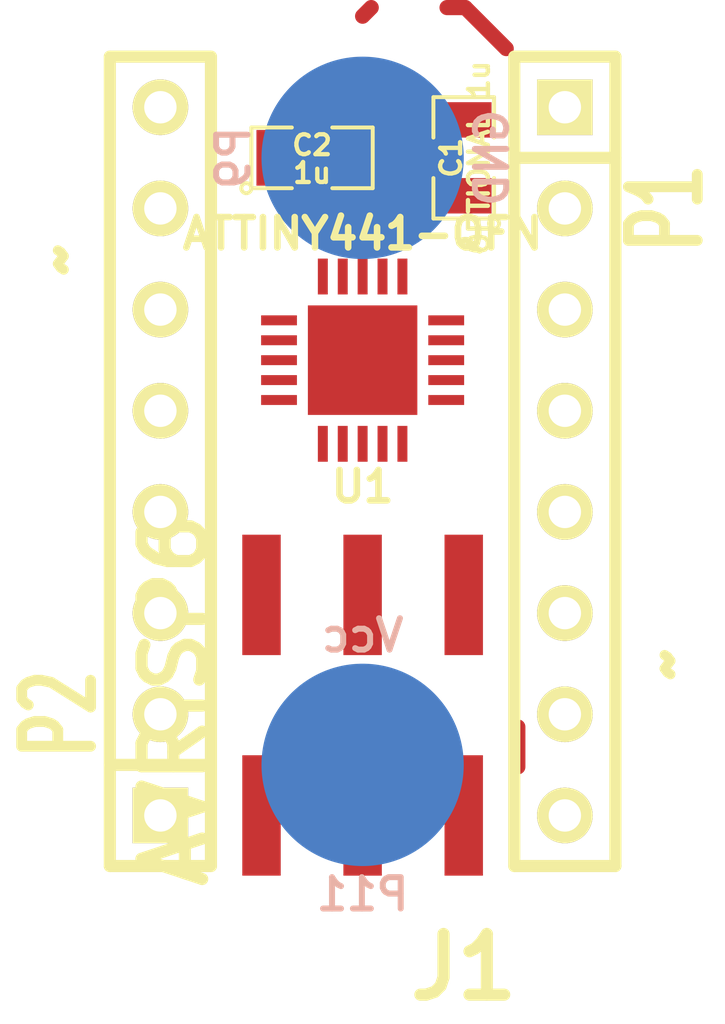
<source format=kicad_pcb>
(kicad_pcb (version 3) (host pcbnew "(2013-jul-07)-stable")

  (general
    (links 28)
    (no_connects 28)
    (area 0 0 0 0)
    (thickness 1.6)
    (drawings 0)
    (tracks 4)
    (zones 0)
    (modules 8)
    (nets 15)
  )

  (page User 139.7 139.7)
  (title_block 
    (title ATTiny44Tiny)
    (rev -)
  )

  (layers
    (15 F.Cu signal)
    (0 B.Cu signal)
    (16 B.Adhes user)
    (17 F.Adhes user)
    (18 B.Paste user)
    (19 F.Paste user)
    (20 B.SilkS user)
    (21 F.SilkS user)
    (22 B.Mask user)
    (23 F.Mask user)
    (24 Dwgs.User user)
    (25 Cmts.User user)
    (26 Eco1.User user)
    (27 Eco2.User user)
    (28 Edge.Cuts user)
  )

  (setup
    (last_trace_width 0.254)
    (trace_clearance 0.2413)
    (zone_clearance 0.508)
    (zone_45_only no)
    (trace_min 0.254)
    (segment_width 0.2)
    (edge_width 0.15)
    (via_size 0.889)
    (via_drill 0.635)
    (via_min_size 0.889)
    (via_min_drill 0.508)
    (uvia_size 0.508)
    (uvia_drill 0.127)
    (uvias_allowed no)
    (uvia_min_size 0.508)
    (uvia_min_drill 0.127)
    (pcb_text_width 0.3)
    (pcb_text_size 1.5 1.5)
    (mod_edge_width 0.15)
    (mod_text_size 1.5 1.5)
    (mod_text_width 0.15)
    (pad_size 1.524 1.524)
    (pad_drill 0.762)
    (pad_to_mask_clearance 0.2)
    (aux_axis_origin 0 0)
    (visible_elements FFFFFFBF)
    (pcbplotparams
      (layerselection 3178497)
      (usegerberextensions true)
      (excludeedgelayer true)
      (linewidth 0.100000)
      (plotframeref false)
      (viasonmask false)
      (mode 1)
      (useauxorigin false)
      (hpglpennumber 1)
      (hpglpenspeed 20)
      (hpglpendiameter 15)
      (hpglpenoverlay 2)
      (psnegative false)
      (psa4output false)
      (plotreference true)
      (plotvalue true)
      (plotothertext true)
      (plotinvisibletext false)
      (padsonsilk false)
      (subtractmaskfromsilk false)
      (outputformat 1)
      (mirror false)
      (drillshape 1)
      (scaleselection 1)
      (outputdirectory ""))
  )

  (net 0 "")
  (net 1 +5V)
  (net 2 GND)
  (net 3 MISO)
  (net 4 MOSI)
  (net 5 N-0000013)
  (net 6 N-0000014)
  (net 7 N-0000018)
  (net 8 N-000002)
  (net 9 N-000003)
  (net 10 N-000006)
  (net 11 N-000007)
  (net 12 N-000008)
  (net 13 RST)
  (net 14 SCK)

  (net_class Default "This is the default net class."
    (clearance 0.2413)
    (trace_width 0.254)
    (via_dia 0.889)
    (via_drill 0.635)
    (uvia_dia 0.508)
    (uvia_drill 0.127)
    (add_net "")
    (add_net +5V)
    (add_net GND)
    (add_net MISO)
    (add_net MOSI)
    (add_net N-0000013)
    (add_net N-0000014)
    (add_net N-0000018)
    (add_net N-000002)
    (add_net N-000003)
    (add_net N-000006)
    (add_net N-000007)
    (add_net N-000008)
    (add_net RST)
    (add_net SCK)
  )

  (module SM0805 (layer F.Cu) (tedit 5091495C) (tstamp 54E3B7EB)
    (at 73.66 33.02)
    (path /54D25909)
    (attr smd)
    (fp_text reference C2 (at 0 -0.3175) (layer F.SilkS)
      (effects (font (size 0.50038 0.50038) (thickness 0.10922)))
    )
    (fp_text value 1u (at 0 0.381) (layer F.SilkS)
      (effects (font (size 0.50038 0.50038) (thickness 0.10922)))
    )
    (fp_circle (center -1.651 0.762) (end -1.651 0.635) (layer F.SilkS) (width 0.09906))
    (fp_line (start -0.508 0.762) (end -1.524 0.762) (layer F.SilkS) (width 0.09906))
    (fp_line (start -1.524 0.762) (end -1.524 -0.762) (layer F.SilkS) (width 0.09906))
    (fp_line (start -1.524 -0.762) (end -0.508 -0.762) (layer F.SilkS) (width 0.09906))
    (fp_line (start 0.508 -0.762) (end 1.524 -0.762) (layer F.SilkS) (width 0.09906))
    (fp_line (start 1.524 -0.762) (end 1.524 0.762) (layer F.SilkS) (width 0.09906))
    (fp_line (start 1.524 0.762) (end 0.508 0.762) (layer F.SilkS) (width 0.09906))
    (pad 1 smd rect (at -0.9525 0) (size 0.889 1.397)
      (layers F.Cu F.Paste F.Mask)
      (net 1 +5V)
    )
    (pad 2 smd rect (at 0.9525 0) (size 0.889 1.397)
      (layers F.Cu F.Paste F.Mask)
      (net 2 GND)
    )
    (model smd/chip_cms.wrl
      (at (xyz 0 0 0))
      (scale (xyz 0.1 0.1 0.1))
      (rotate (xyz 0 0 0))
    )
  )

  (module RIBBON6SMT (layer F.Cu) (tedit 54E3BA26) (tstamp 54E3C4ED)
    (at 77.47 49.53 180)
    (path /54D258DD)
    (fp_text reference J1 (at 0 -3.81 180) (layer F.SilkS)
      (effects (font (size 1.524 1.524) (thickness 0.3048)))
    )
    (fp_text value AVRISP6 (at 7.25932 2.90322 270) (layer F.SilkS)
      (effects (font (size 1.524 1.524) (thickness 0.3048)))
    )
    (pad 2 smd rect (at 0 0 180) (size 0.9652 3.0226)
      (layers F.Cu F.Paste F.Mask)
      (net 1 +5V)
    )
    (pad 4 smd rect (at 2.54 0 180) (size 0.9652 3.0226)
      (layers F.Cu F.Paste F.Mask)
      (net 4 MOSI)
    )
    (pad 6 smd rect (at 5.08 0 180) (size 0.9652 3.0226)
      (layers F.Cu F.Paste F.Mask)
      (net 2 GND)
    )
    (pad 1 smd rect (at 0 5.5372 180) (size 0.9652 3.0226)
      (layers F.Cu F.Paste F.Mask)
      (net 3 MISO)
    )
    (pad 3 smd rect (at 2.54 5.5372 180) (size 0.9652 3.0226)
      (layers F.Cu F.Paste F.Mask)
      (net 14 SCK)
    )
    (pad 5 smd rect (at 5.08 5.5372 180) (size 0.9652 3.0226)
      (layers F.Cu F.Paste F.Mask)
      (net 13 RST)
    )
  )

  (module SM0805 (layer F.Cu) (tedit 5091495C) (tstamp 54E504D6)
    (at 77.47 33.02 90)
    (path /54D25A4E)
    (attr smd)
    (fp_text reference C1 (at 0 -0.3175 90) (layer F.SilkS)
      (effects (font (size 0.50038 0.50038) (thickness 0.10922)))
    )
    (fp_text value "OPTIONAL 1u" (at 0 0.381 90) (layer F.SilkS)
      (effects (font (size 0.50038 0.50038) (thickness 0.10922)))
    )
    (fp_circle (center -1.651 0.762) (end -1.651 0.635) (layer F.SilkS) (width 0.09906))
    (fp_line (start -0.508 0.762) (end -1.524 0.762) (layer F.SilkS) (width 0.09906))
    (fp_line (start -1.524 0.762) (end -1.524 -0.762) (layer F.SilkS) (width 0.09906))
    (fp_line (start -1.524 -0.762) (end -0.508 -0.762) (layer F.SilkS) (width 0.09906))
    (fp_line (start 0.508 -0.762) (end 1.524 -0.762) (layer F.SilkS) (width 0.09906))
    (fp_line (start 1.524 -0.762) (end 1.524 0.762) (layer F.SilkS) (width 0.09906))
    (fp_line (start 1.524 0.762) (end 0.508 0.762) (layer F.SilkS) (width 0.09906))
    (pad 1 smd rect (at -0.9525 0 90) (size 0.889 1.397)
      (layers F.Cu F.Paste F.Mask)
      (net 6 N-0000014)
    )
    (pad 2 smd rect (at 0.9525 0 90) (size 0.889 1.397)
      (layers F.Cu F.Paste F.Mask)
      (net 2 GND)
    )
    (model smd/chip_cms.wrl
      (at (xyz 0 0 0))
      (scale (xyz 0.1 0.1 0.1))
      (rotate (xyz 0 0 0))
    )
  )

  (module SIL-8 (layer F.Cu) (tedit 200000) (tstamp 54E504E7)
    (at 69.85 40.64 90)
    (descr "Connecteur 8 pins")
    (tags "CONN DEV")
    (path /54E4F27D)
    (fp_text reference P2 (at -6.35 -2.54 90) (layer F.SilkS)
      (effects (font (size 1.72974 1.08712) (thickness 0.3048)))
    )
    (fp_text value ~ (at 5.08 -2.54 90) (layer F.SilkS)
      (effects (font (size 1.524 1.016) (thickness 0.3048)))
    )
    (fp_line (start -10.16 -1.27) (end 10.16 -1.27) (layer F.SilkS) (width 0.3048))
    (fp_line (start 10.16 -1.27) (end 10.16 1.27) (layer F.SilkS) (width 0.3048))
    (fp_line (start 10.16 1.27) (end -10.16 1.27) (layer F.SilkS) (width 0.3048))
    (fp_line (start -10.16 1.27) (end -10.16 -1.27) (layer F.SilkS) (width 0.3048))
    (fp_line (start -7.62 1.27) (end -7.62 -1.27) (layer F.SilkS) (width 0.3048))
    (pad 1 thru_hole rect (at -8.89 0 90) (size 1.397 1.397) (drill 0.8128)
      (layers *.Cu *.Mask F.SilkS)
      (net 4 MOSI)
    )
    (pad 2 thru_hole circle (at -6.35 0 90) (size 1.397 1.397) (drill 0.8128)
      (layers *.Cu *.Mask F.SilkS)
      (net 9 N-000003)
    )
    (pad 3 thru_hole circle (at -3.81 0 90) (size 1.397 1.397) (drill 0.8128)
      (layers *.Cu *.Mask F.SilkS)
      (net 8 N-000002)
    )
    (pad 4 thru_hole circle (at -1.27 0 90) (size 1.397 1.397) (drill 0.8128)
      (layers *.Cu *.Mask F.SilkS)
      (net 13 RST)
    )
    (pad 5 thru_hole circle (at 1.27 0 90) (size 1.397 1.397) (drill 0.8128)
      (layers *.Cu *.Mask F.SilkS)
      (net 12 N-000008)
    )
    (pad 6 thru_hole circle (at 3.81 0 90) (size 1.397 1.397) (drill 0.8128)
      (layers *.Cu *.Mask F.SilkS)
      (net 7 N-0000018)
    )
    (pad 7 thru_hole circle (at 6.35 0 90) (size 1.397 1.397) (drill 0.8128)
      (layers *.Cu *.Mask F.SilkS)
      (net 1 +5V)
    )
    (pad 8 thru_hole circle (at 8.89 0 90) (size 1.397 1.397) (drill 0.8128)
      (layers *.Cu *.Mask F.SilkS)
      (net 1 +5V)
    )
  )

  (module SIL-8 (layer F.Cu) (tedit 200000) (tstamp 54E504F8)
    (at 80.01 40.64 270)
    (descr "Connecteur 8 pins")
    (tags "CONN DEV")
    (path /54E4F296)
    (fp_text reference P1 (at -6.35 -2.54 270) (layer F.SilkS)
      (effects (font (size 1.72974 1.08712) (thickness 0.3048)))
    )
    (fp_text value ~ (at 5.08 -2.54 270) (layer F.SilkS)
      (effects (font (size 1.524 1.016) (thickness 0.3048)))
    )
    (fp_line (start -10.16 -1.27) (end 10.16 -1.27) (layer F.SilkS) (width 0.3048))
    (fp_line (start 10.16 -1.27) (end 10.16 1.27) (layer F.SilkS) (width 0.3048))
    (fp_line (start 10.16 1.27) (end -10.16 1.27) (layer F.SilkS) (width 0.3048))
    (fp_line (start -10.16 1.27) (end -10.16 -1.27) (layer F.SilkS) (width 0.3048))
    (fp_line (start -7.62 1.27) (end -7.62 -1.27) (layer F.SilkS) (width 0.3048))
    (pad 1 thru_hole rect (at -8.89 0 270) (size 1.397 1.397) (drill 0.8128)
      (layers *.Cu *.Mask F.SilkS)
      (net 2 GND)
    )
    (pad 2 thru_hole circle (at -6.35 0 270) (size 1.397 1.397) (drill 0.8128)
      (layers *.Cu *.Mask F.SilkS)
      (net 2 GND)
    )
    (pad 3 thru_hole circle (at -3.81 0 270) (size 1.397 1.397) (drill 0.8128)
      (layers *.Cu *.Mask F.SilkS)
      (net 6 N-0000014)
    )
    (pad 4 thru_hole circle (at -1.27 0 270) (size 1.397 1.397) (drill 0.8128)
      (layers *.Cu *.Mask F.SilkS)
      (net 10 N-000006)
    )
    (pad 5 thru_hole circle (at 1.27 0 270) (size 1.397 1.397) (drill 0.8128)
      (layers *.Cu *.Mask F.SilkS)
      (net 11 N-000007)
    )
    (pad 6 thru_hole circle (at 3.81 0 270) (size 1.397 1.397) (drill 0.8128)
      (layers *.Cu *.Mask F.SilkS)
      (net 5 N-0000013)
    )
    (pad 7 thru_hole circle (at 6.35 0 270) (size 1.397 1.397) (drill 0.8128)
      (layers *.Cu *.Mask F.SilkS)
      (net 14 SCK)
    )
    (pad 8 thru_hole circle (at 8.89 0 270) (size 1.397 1.397) (drill 0.8128)
      (layers *.Cu *.Mask F.SilkS)
      (net 3 MISO)
    )
  )

  (module QFN20 (layer F.Cu) (tedit 54877EB5) (tstamp 54E50533)
    (at 74.93 38.1 180)
    (path /54D2587C)
    (fp_text reference U1 (at 0 -3.175 180) (layer F.SilkS)
      (effects (font (size 0.762 0.762) (thickness 0.1651)))
    )
    (fp_text value ATTINY441-QFN (at 0 3.175 180) (layer F.SilkS)
      (effects (font (size 0.762 0.762) (thickness 0.1651)))
    )
    (pad 21 smd rect (at 0 0 180) (size 2.75 2.75)
      (layers F.Cu F.Paste F.Mask)
    )
    (pad 1 smd rect (at -2.1 -1 180) (size 0.9 0.25)
      (layers F.Cu F.Paste F.Mask)
      (net 14 SCK)
    )
    (pad 2 smd rect (at -2.1 -0.5 180) (size 0.9 0.25)
      (layers F.Cu F.Paste F.Mask)
      (net 5 N-0000013)
    )
    (pad 3 smd rect (at -2.1 0 180) (size 0.9 0.25)
      (layers F.Cu F.Paste F.Mask)
      (net 11 N-000007)
    )
    (pad 4 smd rect (at -2.1 0.5 180) (size 0.9 0.25)
      (layers F.Cu F.Paste F.Mask)
      (net 10 N-000006)
    )
    (pad 5 smd rect (at -2.1 1 180) (size 0.9 0.25)
      (layers F.Cu F.Paste F.Mask)
      (net 6 N-0000014)
    )
    (pad 6 smd rect (at -1 2.1 270) (size 0.9 0.25)
      (layers F.Cu F.Paste F.Mask)
    )
    (pad 7 smd rect (at -0.5 2.1 270) (size 0.9 0.25)
      (layers F.Cu F.Paste F.Mask)
    )
    (pad 8 smd rect (at 0 2.1 270) (size 0.9 0.25)
      (layers F.Cu F.Paste F.Mask)
      (net 2 GND)
    )
    (pad 9 smd rect (at 0.5 2.1 270) (size 0.9 0.25)
      (layers F.Cu F.Paste F.Mask)
      (net 1 +5V)
    )
    (pad 10 smd rect (at 1 2.1 270) (size 0.9 0.25)
      (layers F.Cu F.Paste F.Mask)
    )
    (pad 11 smd rect (at 2.1 1) (size 0.9 0.25)
      (layers F.Cu F.Paste F.Mask)
      (net 7 N-0000018)
    )
    (pad 12 smd rect (at 2.1 0.5) (size 0.9 0.25)
      (layers F.Cu F.Paste F.Mask)
      (net 12 N-000008)
    )
    (pad 13 smd rect (at 2.1 0) (size 0.9 0.25)
      (layers F.Cu F.Paste F.Mask)
      (net 13 RST)
    )
    (pad 14 smd rect (at 2.1 -0.5) (size 0.9 0.25)
      (layers F.Cu F.Paste F.Mask)
      (net 8 N-000002)
    )
    (pad 15 smd rect (at 2.1 -1) (size 0.9 0.25)
      (layers F.Cu F.Paste F.Mask)
      (net 9 N-000003)
    )
    (pad 16 smd rect (at 1 -2.1 90) (size 0.9 0.25)
      (layers F.Cu F.Paste F.Mask)
      (net 4 MOSI)
    )
    (pad 17 smd rect (at 0.5 -2.1 90) (size 0.9 0.25)
      (layers F.Cu F.Paste F.Mask)
    )
    (pad 18 smd rect (at 0 -2.1 90) (size 0.9 0.25)
      (layers F.Cu F.Paste F.Mask)
    )
    (pad 19 smd rect (at -0.5 -2.1 90) (size 0.9 0.25)
      (layers F.Cu F.Paste F.Mask)
    )
    (pad 20 smd rect (at -1 -2.1 90) (size 0.9 0.25)
      (layers F.Cu F.Paste F.Mask)
      (net 3 MISO)
    )
  )

  (module .2SMTPIN (layer B.Cu) (tedit 5318FD27) (tstamp 54E50538)
    (at 74.93 48.26)
    (path /54D2611E)
    (fp_text reference P11 (at 0 3.25) (layer B.SilkS)
      (effects (font (size 0.7874 0.7874) (thickness 0.15)) (justify mirror))
    )
    (fp_text value Vcc (at 0 -3.25) (layer B.SilkS)
      (effects (font (size 0.7874 0.7874) (thickness 0.15)) (justify mirror))
    )
    (pad 1 smd circle (at 0 0) (size 5.08 5.08)
      (layers B.Cu B.Paste B.Mask)
      (net 1 +5V)
    )
  )

  (module .2SMTPIN (layer B.Cu) (tedit 5318FD27) (tstamp 54E5053D)
    (at 74.93 33.02 270)
    (path /54D2618F)
    (fp_text reference P9 (at 0 3.25 270) (layer B.SilkS)
      (effects (font (size 0.7874 0.7874) (thickness 0.15)) (justify mirror))
    )
    (fp_text value GND (at 0 -3.25 270) (layer B.SilkS)
      (effects (font (size 0.7874 0.7874) (thickness 0.15)) (justify mirror))
    )
    (pad 1 smd circle (at 0 0 270) (size 5.08 5.08)
      (layers B.Cu B.Paste B.Mask)
      (net 2 GND)
    )
  )

  (segment (start 78.8289 48.3108) (end 78.8289 47.3075) (width 0.381) (layer F.Cu) (net 0))
  (segment (start 74.93 29.464) (end 75.1459 29.2481) (width 0.381) (layer F.Cu) (net 0) (tstamp 54E3C573))
  (segment (start 77.0509 29.2481) (end 77.5081 29.2481) (width 0.381) (layer F.Cu) (net 0))
  (segment (start 77.5081 29.2481) (end 78.5368 30.2768) (width 0.381) (layer F.Cu) (net 0) (tstamp 54E3C576))

)

</source>
